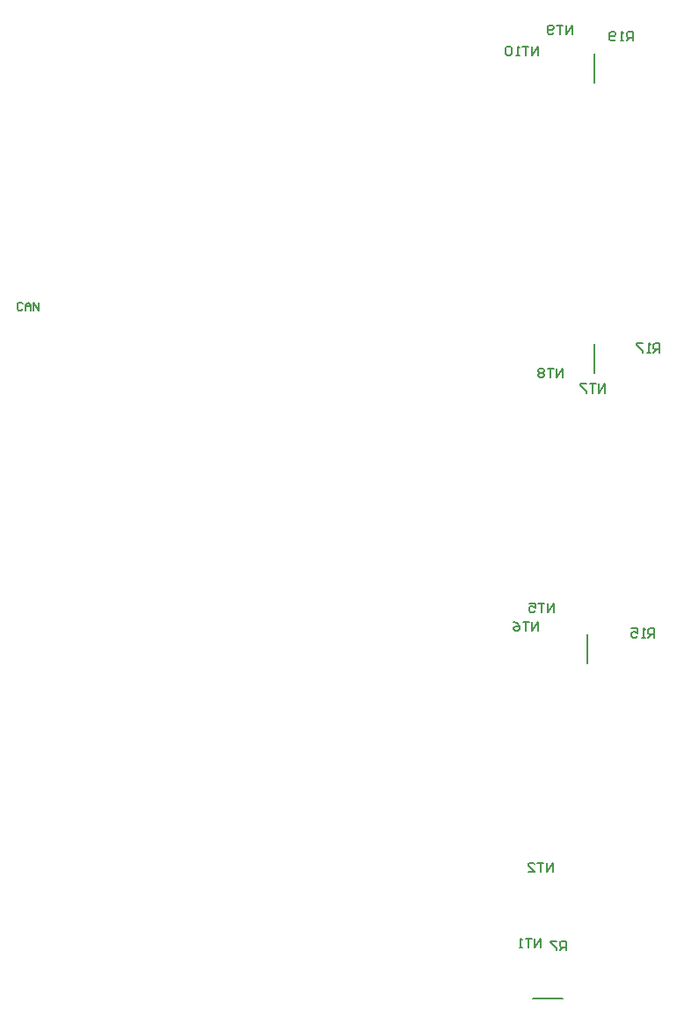
<source format=gbo>
G04*
G04 #@! TF.GenerationSoftware,Altium Limited,Altium Designer,21.0.9 (235)*
G04*
G04 Layer_Color=32896*
%FSLAX25Y25*%
%MOIN*%
G70*
G04*
G04 #@! TF.SameCoordinates,6E1B8195-657B-4EBF-9371-98382CE2CE48*
G04*
G04*
G04 #@! TF.FilePolarity,Positive*
G04*
G01*
G75*
%ADD11C,0.00787*%
%ADD17C,0.00800*%
D11*
X324390Y130000D02*
X335610D01*
X347500Y476890D02*
Y488110D01*
Y366890D02*
Y378110D01*
X345000Y256890D02*
Y268110D01*
D17*
X130799Y393299D02*
X130299Y393799D01*
X129300D01*
X128800Y393299D01*
Y391300D01*
X129300Y390800D01*
X130299D01*
X130799Y391300D01*
X131799Y390800D02*
Y392799D01*
X132799Y393799D01*
X133798Y392799D01*
Y390800D01*
Y392300D01*
X131799D01*
X134798Y390800D02*
Y393799D01*
X136797Y390800D01*
Y393799D01*
X326200Y487300D02*
Y490799D01*
X323867Y487300D01*
Y490799D01*
X322701D02*
X320369D01*
X321535D01*
Y487300D01*
X319202D02*
X318036D01*
X318619D01*
Y490799D01*
X319202Y490216D01*
X316286D02*
X315703Y490799D01*
X314537D01*
X313954Y490216D01*
Y487883D01*
X314537Y487300D01*
X315703D01*
X316286Y487883D01*
Y490216D01*
X339200Y495300D02*
Y498799D01*
X336867Y495300D01*
Y498799D01*
X335701D02*
X333369D01*
X334535D01*
Y495300D01*
X332202Y495883D02*
X331619Y495300D01*
X330453D01*
X329870Y495883D01*
Y498216D01*
X330453Y498799D01*
X331619D01*
X332202Y498216D01*
Y497633D01*
X331619Y497049D01*
X329870D01*
X335700Y365300D02*
Y368799D01*
X333367Y365300D01*
Y368799D01*
X332201D02*
X329869D01*
X331035D01*
Y365300D01*
X328702Y368216D02*
X328119Y368799D01*
X326953D01*
X326370Y368216D01*
Y367633D01*
X326953Y367049D01*
X326370Y366466D01*
Y365883D01*
X326953Y365300D01*
X328119D01*
X328702Y365883D01*
Y366466D01*
X328119Y367049D01*
X328702Y367633D01*
Y368216D01*
X328119Y367049D02*
X326953D01*
X351700Y359400D02*
Y362899D01*
X349367Y359400D01*
Y362899D01*
X348201D02*
X345869D01*
X347035D01*
Y359400D01*
X344702Y362899D02*
X342370D01*
Y362316D01*
X344702Y359983D01*
Y359400D01*
X326300Y269300D02*
Y272799D01*
X323967Y269300D01*
Y272799D01*
X322801D02*
X320469D01*
X321635D01*
Y269300D01*
X316970Y272799D02*
X318136Y272216D01*
X319302Y271049D01*
Y269883D01*
X318719Y269300D01*
X317553D01*
X316970Y269883D01*
Y270466D01*
X317553Y271049D01*
X319302D01*
X332200Y276300D02*
Y279799D01*
X329867Y276300D01*
Y279799D01*
X328701D02*
X326369D01*
X327535D01*
Y276300D01*
X322870Y279799D02*
X325202D01*
Y278049D01*
X324036Y278633D01*
X323453D01*
X322870Y278049D01*
Y276883D01*
X323453Y276300D01*
X324619D01*
X325202Y276883D01*
X331800Y178000D02*
Y181499D01*
X329467Y178000D01*
Y181499D01*
X328301D02*
X325969D01*
X327135D01*
Y178000D01*
X322470D02*
X324802D01*
X322470Y180333D01*
Y180916D01*
X323053Y181499D01*
X324219D01*
X324802Y180916D01*
X327300Y149300D02*
Y152799D01*
X324967Y149300D01*
Y152799D01*
X323801D02*
X321469D01*
X322635D01*
Y149300D01*
X320302D02*
X319136D01*
X319719D01*
Y152799D01*
X320302Y152216D01*
X362200Y492900D02*
Y496399D01*
X360451D01*
X359867Y495816D01*
Y494649D01*
X360451Y494066D01*
X362200D01*
X361034D02*
X359867Y492900D01*
X358701D02*
X357535D01*
X358118D01*
Y496399D01*
X358701Y495816D01*
X355785Y493483D02*
X355202Y492900D01*
X354036D01*
X353453Y493483D01*
Y495816D01*
X354036Y496399D01*
X355202D01*
X355785Y495816D01*
Y495233D01*
X355202Y494649D01*
X353453D01*
X372374Y374751D02*
Y378249D01*
X370624D01*
X370041Y377666D01*
Y376500D01*
X370624Y375917D01*
X372374D01*
X371207D02*
X370041Y374751D01*
X368875D02*
X367708D01*
X368292D01*
Y378249D01*
X368875Y377666D01*
X365959Y378249D02*
X363626D01*
Y377666D01*
X365959Y375334D01*
Y374751D01*
X370374Y266751D02*
Y270249D01*
X368624D01*
X368041Y269666D01*
Y268500D01*
X368624Y267917D01*
X370374D01*
X369207D02*
X368041Y266751D01*
X366875D02*
X365708D01*
X366292D01*
Y270249D01*
X366875Y269666D01*
X361626Y270249D02*
X363959D01*
Y268500D01*
X362793Y269083D01*
X362210D01*
X361626Y268500D01*
Y267334D01*
X362210Y266751D01*
X363376D01*
X363959Y267334D01*
X336800Y148300D02*
Y151799D01*
X335051D01*
X334467Y151216D01*
Y150049D01*
X335051Y149466D01*
X336800D01*
X335634D02*
X334467Y148300D01*
X333301Y151799D02*
X330969D01*
Y151216D01*
X333301Y148883D01*
Y148300D01*
M02*

</source>
